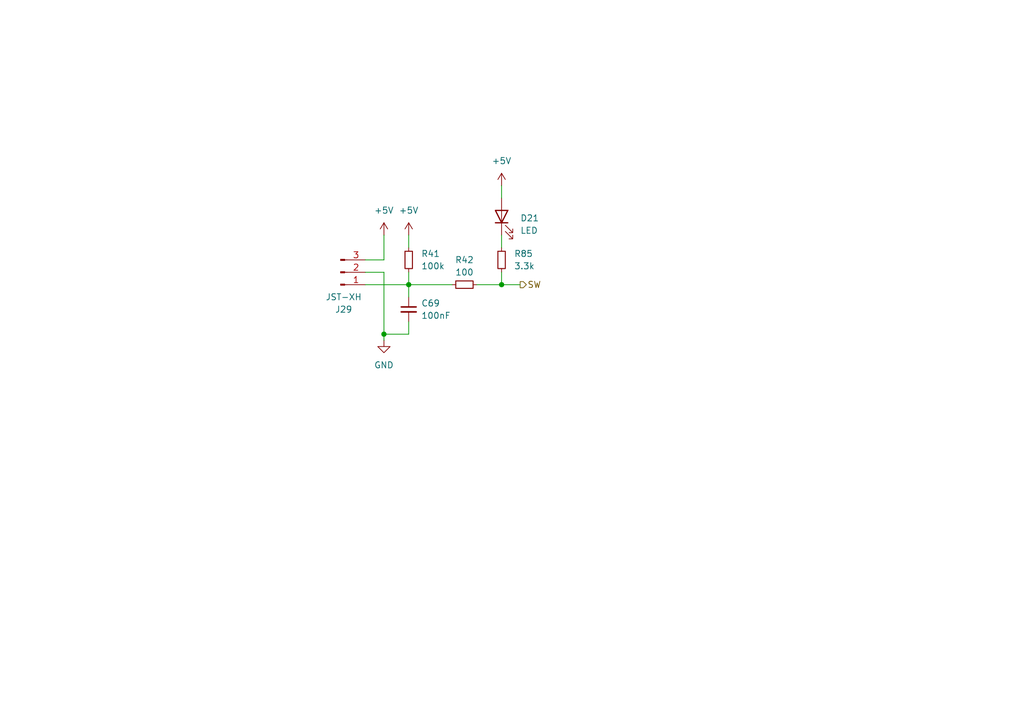
<source format=kicad_sch>
(kicad_sch (version 20250114) (generator "eeschema") (generator_version "9.0")
  (paper "A5")
  (lib_symbols
    (symbol "Connector:Conn_01x03_Pin" (pin_names (offset 1.016) (hide yes))
      (property "Reference" "J" (at 0 5.08 0))
      (property "Value" "Conn_01x03_Pin" (at 0 -5.08 0))
      (symbol "Conn_01x03_Pin_1_1"
        (rectangle (start 0.8636 2.667) (end 0 2.413) (stroke (width 0.1524)) (fill (type outline)))
        (rectangle (start 0.8636 0.127) (end 0 -0.127) (stroke (width 0.1524)) (fill (type outline)))
        (rectangle (start 0.8636 -2.413) (end 0 -2.667) (stroke (width 0.1524)) (fill (type outline)))
        (polyline (pts (xy 1.27 2.54) (xy 0.8636 2.54)) (stroke (width 0.1524)))
        (polyline (pts (xy 1.27 0) (xy 0.8636 0)) (stroke (width 0.1524)))
        (polyline (pts (xy 1.27 -2.54) (xy 0.8636 -2.54)) (stroke (width 0.1524)))
        (pin passive line (at 5.08 2.54 180) (length 3.81) (name "Pin_1") (number "1"))
        (pin passive line (at 5.08 0 180) (length 3.81) (name "Pin_2") (number "2"))
        (pin passive line (at 5.08 -2.54 180) (length 3.81) (name "Pin_3") (number "3"))
      )
    )
    (symbol "Device:C_Small" (pin_numbers (hide yes)) (pin_names (offset 0.254) (hide yes))
      (property "Reference" "C" (at 0.254 1.778 0))
      (property "Value" "C_Small" (at 0.254 -2.032 0))
      (symbol "C_Small_0_1"
        (polyline (pts (xy -1.524 0.508) (xy 1.524 0.508)) (stroke (width 0.3048)))
        (polyline (pts (xy -1.524 -0.508) (xy 1.524 -0.508)) (stroke (width 0.3302)))
      )
      (symbol "C_Small_1_1"
        (pin passive line (at 0 2.54 270) (length 2.032) (name "~") (number "1"))
        (pin passive line (at 0 -2.54 90) (length 2.032) (name "~") (number "2"))
      )
    )
    (symbol "Device:LED" (pin_numbers (hide yes)) (pin_names (offset 1.016) (hide yes))
      (property "Reference" "D" (at 0 2.54 0))
      (property "Value" "LED" (at 0 -2.54 0))
      (symbol "LED_0_1"
        (polyline (pts (xy -3.048 -0.762) (xy -4.572 -2.286) (xy -3.81 -2.286) (xy -4.572 -2.286) (xy -4.572 -1.524)))
        (polyline (pts (xy -1.778 -0.762) (xy -3.302 -2.286) (xy -2.54 -2.286) (xy -3.302 -2.286) (xy -3.302 -1.524)))
        (polyline (pts (xy -1.27 0) (xy 1.27 0)))
        (polyline (pts (xy -1.27 -1.27) (xy -1.27 1.27)) (stroke (width 0.254)))
        (polyline (pts (xy 1.27 -1.27) (xy 1.27 1.27) (xy -1.27 0) (xy 1.27 -1.27)) (stroke (width 0.254)))
      )
      (symbol "LED_1_1"
        (pin passive line (at -3.81 0 0) (length 2.54) (name "K") (number "1"))
        (pin passive line (at 3.81 0 180) (length 2.54) (name "A") (number "2"))
      )
    )
    (symbol "Device:R_Small" (pin_numbers (hide yes)) (pin_names (offset 0.254) (hide yes))
      (property "Reference" "R" (at 0.762 0.508 0))
      (property "Value" "R_Small" (at 0.762 -1.016 0))
      (symbol "R_Small_0_1"
        (rectangle (start -0.762 1.778) (end 0.762 -1.778) (stroke (width 0.2032)))
      )
      (symbol "R_Small_1_1"
        (pin passive line (at 0 2.54 270) (length 0.762) (name "~") (number "1"))
        (pin passive line (at 0 -2.54 90) (length 0.762) (name "~") (number "2"))
      )
    )
    (symbol "power:+5V" (power) (pin_numbers (hide yes)) (pin_names (offset 0) (hide yes))
      (property "Value" "+5V" (at 0 3.556 0))
      (symbol "+5V_0_1"
        (polyline (pts (xy -0.762 1.27) (xy 0 2.54)))
        (polyline (pts (xy 0 2.54) (xy 0.762 1.27)))
        (polyline (pts (xy 0 0) (xy 0 2.54)))
      )
      (symbol "+5V_1_1"
        (pin power_in line (at 0 0 90) (length 0) (name "~") (number "1"))
      )
    )
    (symbol "power:GND" (power) (pin_numbers (hide yes)) (pin_names (offset 0) (hide yes))
      (property "Value" "GND" (at 0 -3.81 0))
      (symbol "GND_0_1"
        (polyline (pts (xy 0 0) (xy 0 -1.27) (xy 1.27 -1.27) (xy 0 -2.54) (xy -1.27 -1.27) (xy 0 -1.27)))
      )
      (symbol "GND_1_1"
        (pin power_in line (at 0 0 270) (length 0) (name "~") (number "1"))
      )
    )
  )
  (junction (at 78.74 68.58))
  (junction (at 102.87 58.42))
  (junction (at 83.82 58.42))
  (wire (pts (xy 74.93 55.88) (xy 78.74 55.88)))
  (wire (pts (xy 102.87 58.42) (xy 106.68 58.42)))
  (wire (pts (xy 74.93 53.34) (xy 78.74 53.34)))
  (wire (pts (xy 102.87 48.26) (xy 102.87 50.8)))
  (wire (pts (xy 83.82 58.42) (xy 83.82 60.96)))
  (wire (pts (xy 83.82 66.04) (xy 83.82 68.58)))
  (wire (pts (xy 83.82 48.26) (xy 83.82 50.8)))
  (wire (pts (xy 102.87 55.88) (xy 102.87 58.42)))
  (wire (pts (xy 83.82 68.58) (xy 78.74 68.58)))
  (wire (pts (xy 102.87 38.1) (xy 102.87 40.64)))
  (wire (pts (xy 78.74 68.58) (xy 78.74 69.85)))
  (wire (pts (xy 78.74 53.34) (xy 78.74 48.26)))
  (wire (pts (xy 78.74 55.88) (xy 78.74 68.58)))
  (wire (pts (xy 83.82 55.88) (xy 83.82 58.42)))
  (wire (pts (xy 97.79 58.42) (xy 102.87 58.42)))
  (wire (pts (xy 74.93 58.42) (xy 83.82 58.42)))
  (wire (pts (xy 83.82 58.42) (xy 92.71 58.42)))
  (hierarchical_label "SW" (shape output) (at 106.68 58.42 0))
  (symbol (lib_id "power:+5V") (at 102.87 38.1 0) (unit 1)
    (property "Reference" "#PWR0225" (effects (hide yes)))
    (property "Value" "+5V" (at 102.87 33.02 0))
    (property "Description" "Power symbol creates a global label with name \"+5V\"" (effects (hide yes)))
    (instances (project "turtleboard" (path "" (reference "#PWR0231") (unit 1)) (path "" (reference "#PWR0236") (unit 1)) (path "" (reference "#PWR0225") (unit 1)) (path "" (reference "#PWR0234") (unit 1)) (path "" (reference "#PWR0230") (unit 1)) (path "" (reference "#PWR0237") (unit 1)) (path "" (reference "#PWR0229") (unit 1)) (path "" (reference "#PWR0232") (unit 1)) (path "" (reference "#PWR0240") (unit 1)) (path "" (reference "#PWR0235") (unit 1)) (path "" (reference "#PWR0226") (unit 1)) (path "" (reference "#PWR0239") (unit 1)) (path "" (reference "#PWR0228") (unit 1)) (path "" (reference "#PWR0233") (unit 1)) (path "" (reference "#PWR0238") (unit 1)) (path "" (reference "#PWR0227") (unit 1))))
  )
  (symbol (lib_id "Device:R_Small") (at 95.25 58.42 90) (unit 1)
    (property "Reference" "R30" (at 95.25 53.34 90))
    (property "Value" "100" (at 95.25 55.88 90))
    (property "Footprint" "Resistor_SMD:R_0603_1608Metric" (effects (hide yes)))
    (property "Description" "Resistor, small symbol" (effects (hide yes)))
    (instances (project "turtleboard" (path "" (reference "R42") (unit 1)) (path "" (reference "R52") (unit 1)) (path "" (reference "R30") (unit 1)) (path "" (reference "R48") (unit 1)) (path "" (reference "R40") (unit 1)) (path "" (reference "R54") (unit 1)) (path "" (reference "R38") (unit 1)) (path "" (reference "R44") (unit 1)) (path "" (reference "R60") (unit 1)) (path "" (reference "R50") (unit 1)) (path "" (reference "R32") (unit 1)) (path "" (reference "R58") (unit 1)) (path "" (reference "R36") (unit 1)) (path "" (reference "R46") (unit 1)) (path "" (reference "R56") (unit 1)) (path "" (reference "R34") (unit 1))))
  )
  (symbol (lib_id "power:GND") (at 78.74 69.85 0) (unit 1)
    (property "Reference" "#PWR0148" (effects (hide yes)))
    (property "Value" "GND" (at 78.74 74.93 0))
    (property "Description" "Power symbol creates a global label with name \"GND\" , ground" (effects (hide yes)))
    (instances (project "turtleboard" (path "" (reference "#PWR0166") (unit 1)) (path "" (reference "#PWR0181") (unit 1)) (path "" (reference "#PWR0148") (unit 1)) (path "" (reference "#PWR0175") (unit 1)) (path "" (reference "#PWR0163") (unit 1)) (path "" (reference "#PWR0184") (unit 1)) (path "" (reference "#PWR0160") (unit 1)) (path "" (reference "#PWR0169") (unit 1)) (path "" (reference "#PWR0193") (unit 1)) (path "" (reference "#PWR0178") (unit 1)) (path "" (reference "#PWR0151") (unit 1)) (path "" (reference "#PWR0190") (unit 1)) (path "" (reference "#PWR0157") (unit 1)) (path "" (reference "#PWR0172") (unit 1)) (path "" (reference "#PWR0187") (unit 1)) (path "" (reference "#PWR0154") (unit 1))))
  )
  (symbol (lib_id "Device:LED") (at 102.87 44.45 90) (unit 1)
    (property "Reference" "D15" (at 106.68 44.7675 90) (effects (justify right)))
    (property "Value" "LED" (at 106.68 47.3075 90) (effects (justify right)))
    (property "Footprint" "LED_SMD:LED_0603_1608Metric" (effects (hide yes)))
    (property "Description" "Light emitting diode" (effects (hide yes)))
    (instances (project "turtleboard" (path "" (reference "D21") (unit 1)) (path "" (reference "D26") (unit 1)) (path "" (reference "D15") (unit 1)) (path "" (reference "D24") (unit 1)) (path "" (reference "D20") (unit 1)) (path "" (reference "D27") (unit 1)) (path "" (reference "D19") (unit 1)) (path "" (reference "D22") (unit 1)) (path "" (reference "D30") (unit 1)) (path "" (reference "D25") (unit 1)) (path "" (reference "D16") (unit 1)) (path "" (reference "D29") (unit 1)) (path "" (reference "D18") (unit 1)) (path "" (reference "D23") (unit 1)) (path "" (reference "D28") (unit 1)) (path "" (reference "D17") (unit 1))))
  )
  (symbol (lib_id "Device:R_Small") (at 102.87 53.34 180) (unit 1)
    (property "Reference" "R79" (at 105.41 52.0699 0) (effects (justify right)))
    (property "Value" "3.3k" (at 105.41 54.6099 0) (effects (justify right)))
    (property "Footprint" "Resistor_SMD:R_0603_1608Metric" (effects (hide yes)))
    (property "Description" "Resistor, small symbol" (effects (hide yes)))
    (instances (project "turtleboard" (path "" (reference "R85") (unit 1)) (path "" (reference "R90") (unit 1)) (path "" (reference "R79") (unit 1)) (path "" (reference "R88") (unit 1)) (path "" (reference "R84") (unit 1)) (path "" (reference "R91") (unit 1)) (path "" (reference "R83") (unit 1)) (path "" (reference "R86") (unit 1)) (path "" (reference "R94") (unit 1)) (path "" (reference "R89") (unit 1)) (path "" (reference "R80") (unit 1)) (path "" (reference "R93") (unit 1)) (path "" (reference "R82") (unit 1)) (path "" (reference "R87") (unit 1)) (path "" (reference "R92") (unit 1)) (path "" (reference "R81") (unit 1))))
  )
  (symbol (lib_id "Connector:Conn_01x03_Pin") (at 69.85 55.88 0) (mirror x) (unit 1)
    (property "Reference" "J23" (at 70.485 63.5 0))
    (property "Value" "JST-XH" (at 70.485 60.96 0))
    (property "Footprint" "Connector_JST:JST_XH_B3B-XH-A_1x03_P2.50mm_Vertical" (effects (hide yes)))
    (property "Description" "Generic connector, single row, 01x03, script generated" (effects (hide yes)))
    (instances (project "turtleboard" (path "" (reference "J29") (unit 1)) (path "" (reference "J34") (unit 1)) (path "" (reference "J23") (unit 1)) (path "" (reference "J32") (unit 1)) (path "" (reference "J28") (unit 1)) (path "" (reference "J35") (unit 1)) (path "" (reference "J27") (unit 1)) (path "" (reference "J30") (unit 1)) (path "" (reference "J38") (unit 1)) (path "" (reference "J33") (unit 1)) (path "" (reference "J24") (unit 1)) (path "" (reference "J37") (unit 1)) (path "" (reference "J26") (unit 1)) (path "" (reference "J31") (unit 1)) (path "" (reference "J36") (unit 1)) (path "" (reference "J25") (unit 1))))
  )
  (symbol (lib_id "Device:R_Small") (at 83.82 53.34 0) (unit 1)
    (property "Reference" "R29" (at 86.36 52.07 0) (effects (justify left)))
    (property "Value" "100k" (at 86.36 54.61 0) (effects (justify left)))
    (property "Footprint" "Resistor_SMD:R_0603_1608Metric" (effects (hide yes)))
    (property "Description" "Resistor, small symbol" (effects (hide yes)))
    (instances (project "turtleboard" (path "" (reference "R41") (unit 1)) (path "" (reference "R51") (unit 1)) (path "" (reference "R29") (unit 1)) (path "" (reference "R47") (unit 1)) (path "" (reference "R39") (unit 1)) (path "" (reference "R53") (unit 1)) (path "" (reference "R37") (unit 1)) (path "" (reference "R43") (unit 1)) (path "" (reference "R59") (unit 1)) (path "" (reference "R49") (unit 1)) (path "" (reference "R31") (unit 1)) (path "" (reference "R57") (unit 1)) (path "" (reference "R35") (unit 1)) (path "" (reference "R45") (unit 1)) (path "" (reference "R55") (unit 1)) (path "" (reference "R33") (unit 1))))
  )
  (symbol (lib_id "power:+5V") (at 78.74 48.26 0) (unit 1)
    (property "Reference" "#PWR0147" (effects (hide yes)))
    (property "Value" "+5V" (at 78.74 43.18 0))
    (property "Description" "Power symbol creates a global label with name \"+5V\"" (effects (hide yes)))
    (instances (project "turtleboard" (path "" (reference "#PWR0165") (unit 1)) (path "" (reference "#PWR0180") (unit 1)) (path "" (reference "#PWR0147") (unit 1)) (path "" (reference "#PWR0174") (unit 1)) (path "" (reference "#PWR0162") (unit 1)) (path "" (reference "#PWR0183") (unit 1)) (path "" (reference "#PWR0159") (unit 1)) (path "" (reference "#PWR0168") (unit 1)) (path "" (reference "#PWR0192") (unit 1)) (path "" (reference "#PWR0177") (unit 1)) (path "" (reference "#PWR0150") (unit 1)) (path "" (reference "#PWR0189") (unit 1)) (path "" (reference "#PWR0156") (unit 1)) (path "" (reference "#PWR0171") (unit 1)) (path "" (reference "#PWR0186") (unit 1)) (path "" (reference "#PWR0153") (unit 1))))
  )
  (symbol (lib_id "power:+5V") (at 83.82 48.26 0) (unit 1)
    (property "Reference" "#PWR0149" (effects (hide yes)))
    (property "Value" "+5V" (at 83.82 43.18 0))
    (property "Description" "Power symbol creates a global label with name \"+5V\"" (effects (hide yes)))
    (instances (project "turtleboard" (path "" (reference "#PWR0167") (unit 1)) (path "" (reference "#PWR0182") (unit 1)) (path "" (reference "#PWR0149") (unit 1)) (path "" (reference "#PWR0176") (unit 1)) (path "" (reference "#PWR0164") (unit 1)) (path "" (reference "#PWR0185") (unit 1)) (path "" (reference "#PWR0161") (unit 1)) (path "" (reference "#PWR0170") (unit 1)) (path "" (reference "#PWR0194") (unit 1)) (path "" (reference "#PWR0179") (unit 1)) (path "" (reference "#PWR0152") (unit 1)) (path "" (reference "#PWR0191") (unit 1)) (path "" (reference "#PWR0158") (unit 1)) (path "" (reference "#PWR0173") (unit 1)) (path "" (reference "#PWR0188") (unit 1)) (path "" (reference "#PWR0155") (unit 1))))
  )
  (symbol (lib_id "Device:C_Small") (at 83.82 63.5 0) (unit 1)
    (property "Reference" "C63" (at 86.36 62.2363 0) (effects (justify left)))
    (property "Value" "100nF" (at 86.36 64.7763 0) (effects (justify left)))
    (property "Footprint" "Capacitor_SMD:C_0603_1608Metric" (effects (hide yes)))
    (property "Description" "Unpolarized capacitor, small symbol" (effects (hide yes)))
    (instances (project "turtleboard" (path "" (reference "C69") (unit 1)) (path "" (reference "C74") (unit 1)) (path "" (reference "C63") (unit 1)) (path "" (reference "C72") (unit 1)) (path "" (reference "C68") (unit 1)) (path "" (reference "C75") (unit 1)) (path "" (reference "C67") (unit 1)) (path "" (reference "C70") (unit 1)) (path "" (reference "C78") (unit 1)) (path "" (reference "C73") (unit 1)) (path "" (reference "C64") (unit 1)) (path "" (reference "C77") (unit 1)) (path "" (reference "C66") (unit 1)) (path "" (reference "C71") (unit 1)) (path "" (reference "C76") (unit 1)) (path "" (reference "C65") (unit 1))))
  )
)
</source>
